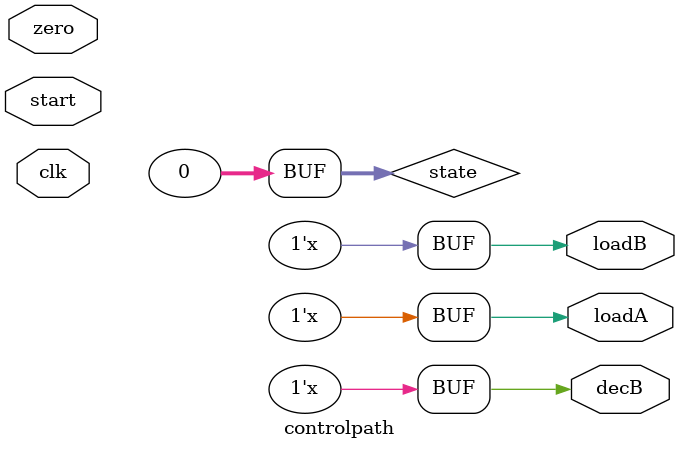
<source format=sv>
module controlpath(input clk,zero,start,output loadA,loadB,decB);
	logic clk,zero,start,loadA,loadB,decB;
  typedef enum {s0,s1,s2,s3,s4} State;
	State state;
	always @(posedge clk)
	begin
		case(state)
			s0:  if(start) state=s1;
			s1:  state=s2;
			s2:  state=s3;
			s3:  if(zero) state=s4;
			s4:  state=s0;
			default: state=s0;
		endcase
	end
  always @(state)
	begin
		case(state)
				s0:  begin loadA=0; loadB=0; decB=0; end
				s1:  begin loadA=1;end
				s2:  begin loadA=0;loadB=1;decB=0; end
				s3:  begin loadA=0;loadB=0;decB=1; end
				s4:  begin loadA=0; loadB=0; decB=0; end
				default: state=s0;
		endcase
    end
endmodule
			  


</source>
